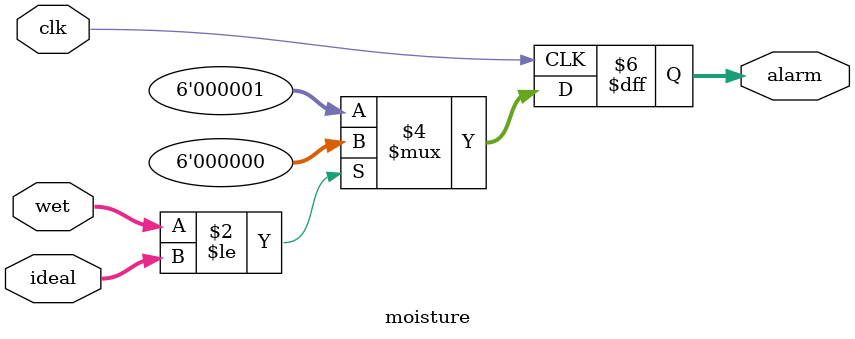
<source format=v>
module moisture(wet, ideal, clk,alarm);
		input [5:0] ideal;
		input clk;
		
		input [5:0] wet;
		output reg [5:0] alarm;
	 

		always @(posedge clk)
			begin
				if (wet <= ideal)
					alarm =  0;
				else
					alarm = 1;
			
			end

endmodule

</source>
